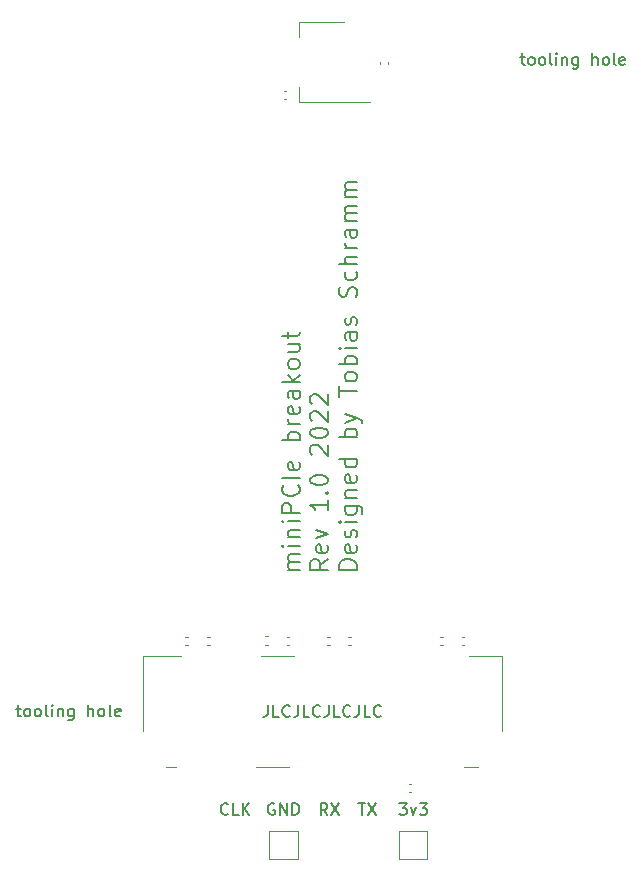
<source format=gto>
%TF.GenerationSoftware,KiCad,Pcbnew,(6.0.2)*%
%TF.CreationDate,2022-02-24T00:22:58+01:00*%
%TF.ProjectId,mini-pcie-breakout,6d696e69-2d70-4636-9965-2d627265616b,rev?*%
%TF.SameCoordinates,Original*%
%TF.FileFunction,Legend,Top*%
%TF.FilePolarity,Positive*%
%FSLAX46Y46*%
G04 Gerber Fmt 4.6, Leading zero omitted, Abs format (unit mm)*
G04 Created by KiCad (PCBNEW (6.0.2)) date 2022-02-24 00:22:58*
%MOMM*%
%LPD*%
G01*
G04 APERTURE LIST*
%ADD10C,0.150000*%
%ADD11C,0.200000*%
%ADD12C,0.120000*%
G04 APERTURE END LIST*
D10*
X55430952Y-86152380D02*
X55430952Y-86866666D01*
X55383333Y-87009523D01*
X55288095Y-87104761D01*
X55145238Y-87152380D01*
X55050000Y-87152380D01*
X56383333Y-87152380D02*
X55907142Y-87152380D01*
X55907142Y-86152380D01*
X57288095Y-87057142D02*
X57240476Y-87104761D01*
X57097619Y-87152380D01*
X57002380Y-87152380D01*
X56859523Y-87104761D01*
X56764285Y-87009523D01*
X56716666Y-86914285D01*
X56669047Y-86723809D01*
X56669047Y-86580952D01*
X56716666Y-86390476D01*
X56764285Y-86295238D01*
X56859523Y-86200000D01*
X57002380Y-86152380D01*
X57097619Y-86152380D01*
X57240476Y-86200000D01*
X57288095Y-86247619D01*
X58002380Y-86152380D02*
X58002380Y-86866666D01*
X57954761Y-87009523D01*
X57859523Y-87104761D01*
X57716666Y-87152380D01*
X57621428Y-87152380D01*
X58954761Y-87152380D02*
X58478571Y-87152380D01*
X58478571Y-86152380D01*
X59859523Y-87057142D02*
X59811904Y-87104761D01*
X59669047Y-87152380D01*
X59573809Y-87152380D01*
X59430952Y-87104761D01*
X59335714Y-87009523D01*
X59288095Y-86914285D01*
X59240476Y-86723809D01*
X59240476Y-86580952D01*
X59288095Y-86390476D01*
X59335714Y-86295238D01*
X59430952Y-86200000D01*
X59573809Y-86152380D01*
X59669047Y-86152380D01*
X59811904Y-86200000D01*
X59859523Y-86247619D01*
X60573809Y-86152380D02*
X60573809Y-86866666D01*
X60526190Y-87009523D01*
X60430952Y-87104761D01*
X60288095Y-87152380D01*
X60192857Y-87152380D01*
X61526190Y-87152380D02*
X61050000Y-87152380D01*
X61050000Y-86152380D01*
X62430952Y-87057142D02*
X62383333Y-87104761D01*
X62240476Y-87152380D01*
X62145238Y-87152380D01*
X62002380Y-87104761D01*
X61907142Y-87009523D01*
X61859523Y-86914285D01*
X61811904Y-86723809D01*
X61811904Y-86580952D01*
X61859523Y-86390476D01*
X61907142Y-86295238D01*
X62002380Y-86200000D01*
X62145238Y-86152380D01*
X62240476Y-86152380D01*
X62383333Y-86200000D01*
X62430952Y-86247619D01*
X63145238Y-86152380D02*
X63145238Y-86866666D01*
X63097619Y-87009523D01*
X63002380Y-87104761D01*
X62859523Y-87152380D01*
X62764285Y-87152380D01*
X64097619Y-87152380D02*
X63621428Y-87152380D01*
X63621428Y-86152380D01*
X65002380Y-87057142D02*
X64954761Y-87104761D01*
X64811904Y-87152380D01*
X64716666Y-87152380D01*
X64573809Y-87104761D01*
X64478571Y-87009523D01*
X64430952Y-86914285D01*
X64383333Y-86723809D01*
X64383333Y-86580952D01*
X64430952Y-86390476D01*
X64478571Y-86295238D01*
X64573809Y-86200000D01*
X64716666Y-86152380D01*
X64811904Y-86152380D01*
X64954761Y-86200000D01*
X65002380Y-86247619D01*
D11*
X58113571Y-74662857D02*
X57113571Y-74662857D01*
X57256428Y-74662857D02*
X57185000Y-74591428D01*
X57113571Y-74448571D01*
X57113571Y-74234285D01*
X57185000Y-74091428D01*
X57327857Y-74020000D01*
X58113571Y-74020000D01*
X57327857Y-74020000D02*
X57185000Y-73948571D01*
X57113571Y-73805714D01*
X57113571Y-73591428D01*
X57185000Y-73448571D01*
X57327857Y-73377142D01*
X58113571Y-73377142D01*
X58113571Y-72662857D02*
X57113571Y-72662857D01*
X56613571Y-72662857D02*
X56685000Y-72734285D01*
X56756428Y-72662857D01*
X56685000Y-72591428D01*
X56613571Y-72662857D01*
X56756428Y-72662857D01*
X57113571Y-71948571D02*
X58113571Y-71948571D01*
X57256428Y-71948571D02*
X57185000Y-71877142D01*
X57113571Y-71734285D01*
X57113571Y-71520000D01*
X57185000Y-71377142D01*
X57327857Y-71305714D01*
X58113571Y-71305714D01*
X58113571Y-70591428D02*
X57113571Y-70591428D01*
X56613571Y-70591428D02*
X56685000Y-70662857D01*
X56756428Y-70591428D01*
X56685000Y-70520000D01*
X56613571Y-70591428D01*
X56756428Y-70591428D01*
X58113571Y-69877142D02*
X56613571Y-69877142D01*
X56613571Y-69305714D01*
X56685000Y-69162857D01*
X56756428Y-69091428D01*
X56899285Y-69020000D01*
X57113571Y-69020000D01*
X57256428Y-69091428D01*
X57327857Y-69162857D01*
X57399285Y-69305714D01*
X57399285Y-69877142D01*
X57970714Y-67520000D02*
X58042142Y-67591428D01*
X58113571Y-67805714D01*
X58113571Y-67948571D01*
X58042142Y-68162857D01*
X57899285Y-68305714D01*
X57756428Y-68377142D01*
X57470714Y-68448571D01*
X57256428Y-68448571D01*
X56970714Y-68377142D01*
X56827857Y-68305714D01*
X56685000Y-68162857D01*
X56613571Y-67948571D01*
X56613571Y-67805714D01*
X56685000Y-67591428D01*
X56756428Y-67520000D01*
X58113571Y-66877142D02*
X56613571Y-66877142D01*
X58042142Y-65591428D02*
X58113571Y-65734285D01*
X58113571Y-66020000D01*
X58042142Y-66162857D01*
X57899285Y-66234285D01*
X57327857Y-66234285D01*
X57185000Y-66162857D01*
X57113571Y-66020000D01*
X57113571Y-65734285D01*
X57185000Y-65591428D01*
X57327857Y-65520000D01*
X57470714Y-65520000D01*
X57613571Y-66234285D01*
X58113571Y-63734285D02*
X56613571Y-63734285D01*
X57185000Y-63734285D02*
X57113571Y-63591428D01*
X57113571Y-63305714D01*
X57185000Y-63162857D01*
X57256428Y-63091428D01*
X57399285Y-63020000D01*
X57827857Y-63020000D01*
X57970714Y-63091428D01*
X58042142Y-63162857D01*
X58113571Y-63305714D01*
X58113571Y-63591428D01*
X58042142Y-63734285D01*
X58113571Y-62377142D02*
X57113571Y-62377142D01*
X57399285Y-62377142D02*
X57256428Y-62305714D01*
X57185000Y-62234285D01*
X57113571Y-62091428D01*
X57113571Y-61948571D01*
X58042142Y-60877142D02*
X58113571Y-61020000D01*
X58113571Y-61305714D01*
X58042142Y-61448571D01*
X57899285Y-61520000D01*
X57327857Y-61520000D01*
X57185000Y-61448571D01*
X57113571Y-61305714D01*
X57113571Y-61020000D01*
X57185000Y-60877142D01*
X57327857Y-60805714D01*
X57470714Y-60805714D01*
X57613571Y-61520000D01*
X58113571Y-59520000D02*
X57327857Y-59520000D01*
X57185000Y-59591428D01*
X57113571Y-59734285D01*
X57113571Y-60020000D01*
X57185000Y-60162857D01*
X58042142Y-59520000D02*
X58113571Y-59662857D01*
X58113571Y-60020000D01*
X58042142Y-60162857D01*
X57899285Y-60234285D01*
X57756428Y-60234285D01*
X57613571Y-60162857D01*
X57542142Y-60020000D01*
X57542142Y-59662857D01*
X57470714Y-59520000D01*
X58113571Y-58805714D02*
X56613571Y-58805714D01*
X57542142Y-58662857D02*
X58113571Y-58234285D01*
X57113571Y-58234285D02*
X57685000Y-58805714D01*
X58113571Y-57377142D02*
X58042142Y-57520000D01*
X57970714Y-57591428D01*
X57827857Y-57662857D01*
X57399285Y-57662857D01*
X57256428Y-57591428D01*
X57185000Y-57520000D01*
X57113571Y-57377142D01*
X57113571Y-57162857D01*
X57185000Y-57020000D01*
X57256428Y-56948571D01*
X57399285Y-56877142D01*
X57827857Y-56877142D01*
X57970714Y-56948571D01*
X58042142Y-57020000D01*
X58113571Y-57162857D01*
X58113571Y-57377142D01*
X57113571Y-55591428D02*
X58113571Y-55591428D01*
X57113571Y-56234285D02*
X57899285Y-56234285D01*
X58042142Y-56162857D01*
X58113571Y-56020000D01*
X58113571Y-55805714D01*
X58042142Y-55662857D01*
X57970714Y-55591428D01*
X57113571Y-55091428D02*
X57113571Y-54520000D01*
X56613571Y-54877142D02*
X57899285Y-54877142D01*
X58042142Y-54805714D01*
X58113571Y-54662857D01*
X58113571Y-54520000D01*
X60528571Y-73805714D02*
X59814285Y-74305714D01*
X60528571Y-74662857D02*
X59028571Y-74662857D01*
X59028571Y-74091428D01*
X59100000Y-73948571D01*
X59171428Y-73877142D01*
X59314285Y-73805714D01*
X59528571Y-73805714D01*
X59671428Y-73877142D01*
X59742857Y-73948571D01*
X59814285Y-74091428D01*
X59814285Y-74662857D01*
X60457142Y-72591428D02*
X60528571Y-72734285D01*
X60528571Y-73020000D01*
X60457142Y-73162857D01*
X60314285Y-73234285D01*
X59742857Y-73234285D01*
X59600000Y-73162857D01*
X59528571Y-73020000D01*
X59528571Y-72734285D01*
X59600000Y-72591428D01*
X59742857Y-72520000D01*
X59885714Y-72520000D01*
X60028571Y-73234285D01*
X59528571Y-72020000D02*
X60528571Y-71662857D01*
X59528571Y-71305714D01*
X60528571Y-68805714D02*
X60528571Y-69662857D01*
X60528571Y-69234285D02*
X59028571Y-69234285D01*
X59242857Y-69377142D01*
X59385714Y-69520000D01*
X59457142Y-69662857D01*
X60385714Y-68162857D02*
X60457142Y-68091428D01*
X60528571Y-68162857D01*
X60457142Y-68234285D01*
X60385714Y-68162857D01*
X60528571Y-68162857D01*
X59028571Y-67162857D02*
X59028571Y-67020000D01*
X59100000Y-66877142D01*
X59171428Y-66805714D01*
X59314285Y-66734285D01*
X59600000Y-66662857D01*
X59957142Y-66662857D01*
X60242857Y-66734285D01*
X60385714Y-66805714D01*
X60457142Y-66877142D01*
X60528571Y-67020000D01*
X60528571Y-67162857D01*
X60457142Y-67305714D01*
X60385714Y-67377142D01*
X60242857Y-67448571D01*
X59957142Y-67520000D01*
X59600000Y-67520000D01*
X59314285Y-67448571D01*
X59171428Y-67377142D01*
X59100000Y-67305714D01*
X59028571Y-67162857D01*
X59171428Y-64948571D02*
X59100000Y-64877142D01*
X59028571Y-64734285D01*
X59028571Y-64377142D01*
X59100000Y-64234285D01*
X59171428Y-64162857D01*
X59314285Y-64091428D01*
X59457142Y-64091428D01*
X59671428Y-64162857D01*
X60528571Y-65020000D01*
X60528571Y-64091428D01*
X59028571Y-63162857D02*
X59028571Y-63020000D01*
X59100000Y-62877142D01*
X59171428Y-62805714D01*
X59314285Y-62734285D01*
X59600000Y-62662857D01*
X59957142Y-62662857D01*
X60242857Y-62734285D01*
X60385714Y-62805714D01*
X60457142Y-62877142D01*
X60528571Y-63020000D01*
X60528571Y-63162857D01*
X60457142Y-63305714D01*
X60385714Y-63377142D01*
X60242857Y-63448571D01*
X59957142Y-63520000D01*
X59600000Y-63520000D01*
X59314285Y-63448571D01*
X59171428Y-63377142D01*
X59100000Y-63305714D01*
X59028571Y-63162857D01*
X59171428Y-62091428D02*
X59100000Y-62020000D01*
X59028571Y-61877142D01*
X59028571Y-61520000D01*
X59100000Y-61377142D01*
X59171428Y-61305714D01*
X59314285Y-61234285D01*
X59457142Y-61234285D01*
X59671428Y-61305714D01*
X60528571Y-62162857D01*
X60528571Y-61234285D01*
X59171428Y-60662857D02*
X59100000Y-60591428D01*
X59028571Y-60448571D01*
X59028571Y-60091428D01*
X59100000Y-59948571D01*
X59171428Y-59877142D01*
X59314285Y-59805714D01*
X59457142Y-59805714D01*
X59671428Y-59877142D01*
X60528571Y-60734285D01*
X60528571Y-59805714D01*
X62943571Y-74662857D02*
X61443571Y-74662857D01*
X61443571Y-74305714D01*
X61515000Y-74091428D01*
X61657857Y-73948571D01*
X61800714Y-73877142D01*
X62086428Y-73805714D01*
X62300714Y-73805714D01*
X62586428Y-73877142D01*
X62729285Y-73948571D01*
X62872142Y-74091428D01*
X62943571Y-74305714D01*
X62943571Y-74662857D01*
X62872142Y-72591428D02*
X62943571Y-72734285D01*
X62943571Y-73020000D01*
X62872142Y-73162857D01*
X62729285Y-73234285D01*
X62157857Y-73234285D01*
X62015000Y-73162857D01*
X61943571Y-73020000D01*
X61943571Y-72734285D01*
X62015000Y-72591428D01*
X62157857Y-72520000D01*
X62300714Y-72520000D01*
X62443571Y-73234285D01*
X62872142Y-71948571D02*
X62943571Y-71805714D01*
X62943571Y-71520000D01*
X62872142Y-71377142D01*
X62729285Y-71305714D01*
X62657857Y-71305714D01*
X62515000Y-71377142D01*
X62443571Y-71520000D01*
X62443571Y-71734285D01*
X62372142Y-71877142D01*
X62229285Y-71948571D01*
X62157857Y-71948571D01*
X62015000Y-71877142D01*
X61943571Y-71734285D01*
X61943571Y-71520000D01*
X62015000Y-71377142D01*
X62943571Y-70662857D02*
X61943571Y-70662857D01*
X61443571Y-70662857D02*
X61515000Y-70734285D01*
X61586428Y-70662857D01*
X61515000Y-70591428D01*
X61443571Y-70662857D01*
X61586428Y-70662857D01*
X61943571Y-69305714D02*
X63157857Y-69305714D01*
X63300714Y-69377142D01*
X63372142Y-69448571D01*
X63443571Y-69591428D01*
X63443571Y-69805714D01*
X63372142Y-69948571D01*
X62872142Y-69305714D02*
X62943571Y-69448571D01*
X62943571Y-69734285D01*
X62872142Y-69877142D01*
X62800714Y-69948571D01*
X62657857Y-70020000D01*
X62229285Y-70020000D01*
X62086428Y-69948571D01*
X62015000Y-69877142D01*
X61943571Y-69734285D01*
X61943571Y-69448571D01*
X62015000Y-69305714D01*
X61943571Y-68591428D02*
X62943571Y-68591428D01*
X62086428Y-68591428D02*
X62015000Y-68520000D01*
X61943571Y-68377142D01*
X61943571Y-68162857D01*
X62015000Y-68020000D01*
X62157857Y-67948571D01*
X62943571Y-67948571D01*
X62872142Y-66662857D02*
X62943571Y-66805714D01*
X62943571Y-67091428D01*
X62872142Y-67234285D01*
X62729285Y-67305714D01*
X62157857Y-67305714D01*
X62015000Y-67234285D01*
X61943571Y-67091428D01*
X61943571Y-66805714D01*
X62015000Y-66662857D01*
X62157857Y-66591428D01*
X62300714Y-66591428D01*
X62443571Y-67305714D01*
X62943571Y-65305714D02*
X61443571Y-65305714D01*
X62872142Y-65305714D02*
X62943571Y-65448571D01*
X62943571Y-65734285D01*
X62872142Y-65877142D01*
X62800714Y-65948571D01*
X62657857Y-66020000D01*
X62229285Y-66020000D01*
X62086428Y-65948571D01*
X62015000Y-65877142D01*
X61943571Y-65734285D01*
X61943571Y-65448571D01*
X62015000Y-65305714D01*
X62943571Y-63448571D02*
X61443571Y-63448571D01*
X62015000Y-63448571D02*
X61943571Y-63305714D01*
X61943571Y-63020000D01*
X62015000Y-62877142D01*
X62086428Y-62805714D01*
X62229285Y-62734285D01*
X62657857Y-62734285D01*
X62800714Y-62805714D01*
X62872142Y-62877142D01*
X62943571Y-63020000D01*
X62943571Y-63305714D01*
X62872142Y-63448571D01*
X61943571Y-62234285D02*
X62943571Y-61877142D01*
X61943571Y-61520000D02*
X62943571Y-61877142D01*
X63300714Y-62020000D01*
X63372142Y-62091428D01*
X63443571Y-62234285D01*
X61443571Y-60020000D02*
X61443571Y-59162857D01*
X62943571Y-59591428D02*
X61443571Y-59591428D01*
X62943571Y-58448571D02*
X62872142Y-58591428D01*
X62800714Y-58662857D01*
X62657857Y-58734285D01*
X62229285Y-58734285D01*
X62086428Y-58662857D01*
X62015000Y-58591428D01*
X61943571Y-58448571D01*
X61943571Y-58234285D01*
X62015000Y-58091428D01*
X62086428Y-58020000D01*
X62229285Y-57948571D01*
X62657857Y-57948571D01*
X62800714Y-58020000D01*
X62872142Y-58091428D01*
X62943571Y-58234285D01*
X62943571Y-58448571D01*
X62943571Y-57305714D02*
X61443571Y-57305714D01*
X62015000Y-57305714D02*
X61943571Y-57162857D01*
X61943571Y-56877142D01*
X62015000Y-56734285D01*
X62086428Y-56662857D01*
X62229285Y-56591428D01*
X62657857Y-56591428D01*
X62800714Y-56662857D01*
X62872142Y-56734285D01*
X62943571Y-56877142D01*
X62943571Y-57162857D01*
X62872142Y-57305714D01*
X62943571Y-55948571D02*
X61943571Y-55948571D01*
X61443571Y-55948571D02*
X61515000Y-56020000D01*
X61586428Y-55948571D01*
X61515000Y-55877142D01*
X61443571Y-55948571D01*
X61586428Y-55948571D01*
X62943571Y-54591428D02*
X62157857Y-54591428D01*
X62015000Y-54662857D01*
X61943571Y-54805714D01*
X61943571Y-55091428D01*
X62015000Y-55234285D01*
X62872142Y-54591428D02*
X62943571Y-54734285D01*
X62943571Y-55091428D01*
X62872142Y-55234285D01*
X62729285Y-55305714D01*
X62586428Y-55305714D01*
X62443571Y-55234285D01*
X62372142Y-55091428D01*
X62372142Y-54734285D01*
X62300714Y-54591428D01*
X62872142Y-53948571D02*
X62943571Y-53805714D01*
X62943571Y-53520000D01*
X62872142Y-53377142D01*
X62729285Y-53305714D01*
X62657857Y-53305714D01*
X62515000Y-53377142D01*
X62443571Y-53520000D01*
X62443571Y-53734285D01*
X62372142Y-53877142D01*
X62229285Y-53948571D01*
X62157857Y-53948571D01*
X62015000Y-53877142D01*
X61943571Y-53734285D01*
X61943571Y-53520000D01*
X62015000Y-53377142D01*
X62872142Y-51591428D02*
X62943571Y-51377142D01*
X62943571Y-51020000D01*
X62872142Y-50877142D01*
X62800714Y-50805714D01*
X62657857Y-50734285D01*
X62515000Y-50734285D01*
X62372142Y-50805714D01*
X62300714Y-50877142D01*
X62229285Y-51020000D01*
X62157857Y-51305714D01*
X62086428Y-51448571D01*
X62015000Y-51520000D01*
X61872142Y-51591428D01*
X61729285Y-51591428D01*
X61586428Y-51520000D01*
X61515000Y-51448571D01*
X61443571Y-51305714D01*
X61443571Y-50948571D01*
X61515000Y-50734285D01*
X62872142Y-49448571D02*
X62943571Y-49591428D01*
X62943571Y-49877142D01*
X62872142Y-50020000D01*
X62800714Y-50091428D01*
X62657857Y-50162857D01*
X62229285Y-50162857D01*
X62086428Y-50091428D01*
X62015000Y-50020000D01*
X61943571Y-49877142D01*
X61943571Y-49591428D01*
X62015000Y-49448571D01*
X62943571Y-48805714D02*
X61443571Y-48805714D01*
X62943571Y-48162857D02*
X62157857Y-48162857D01*
X62015000Y-48234285D01*
X61943571Y-48377142D01*
X61943571Y-48591428D01*
X62015000Y-48734285D01*
X62086428Y-48805714D01*
X62943571Y-47448571D02*
X61943571Y-47448571D01*
X62229285Y-47448571D02*
X62086428Y-47377142D01*
X62015000Y-47305714D01*
X61943571Y-47162857D01*
X61943571Y-47020000D01*
X62943571Y-45877142D02*
X62157857Y-45877142D01*
X62015000Y-45948571D01*
X61943571Y-46091428D01*
X61943571Y-46377142D01*
X62015000Y-46520000D01*
X62872142Y-45877142D02*
X62943571Y-46020000D01*
X62943571Y-46377142D01*
X62872142Y-46520000D01*
X62729285Y-46591428D01*
X62586428Y-46591428D01*
X62443571Y-46520000D01*
X62372142Y-46377142D01*
X62372142Y-46020000D01*
X62300714Y-45877142D01*
X62943571Y-45162857D02*
X61943571Y-45162857D01*
X62086428Y-45162857D02*
X62015000Y-45091428D01*
X61943571Y-44948571D01*
X61943571Y-44734285D01*
X62015000Y-44591428D01*
X62157857Y-44520000D01*
X62943571Y-44520000D01*
X62157857Y-44520000D02*
X62015000Y-44448571D01*
X61943571Y-44305714D01*
X61943571Y-44091428D01*
X62015000Y-43948571D01*
X62157857Y-43877142D01*
X62943571Y-43877142D01*
X62943571Y-43162857D02*
X61943571Y-43162857D01*
X62086428Y-43162857D02*
X62015000Y-43091428D01*
X61943571Y-42948571D01*
X61943571Y-42734285D01*
X62015000Y-42591428D01*
X62157857Y-42520000D01*
X62943571Y-42520000D01*
X62157857Y-42520000D02*
X62015000Y-42448571D01*
X61943571Y-42305714D01*
X61943571Y-42091428D01*
X62015000Y-41948571D01*
X62157857Y-41877142D01*
X62943571Y-41877142D01*
D10*
X66559523Y-94452380D02*
X67178571Y-94452380D01*
X66845238Y-94833333D01*
X66988095Y-94833333D01*
X67083333Y-94880952D01*
X67130952Y-94928571D01*
X67178571Y-95023809D01*
X67178571Y-95261904D01*
X67130952Y-95357142D01*
X67083333Y-95404761D01*
X66988095Y-95452380D01*
X66702380Y-95452380D01*
X66607142Y-95404761D01*
X66559523Y-95357142D01*
X67511904Y-94785714D02*
X67750000Y-95452380D01*
X67988095Y-94785714D01*
X68273809Y-94452380D02*
X68892857Y-94452380D01*
X68559523Y-94833333D01*
X68702380Y-94833333D01*
X68797619Y-94880952D01*
X68845238Y-94928571D01*
X68892857Y-95023809D01*
X68892857Y-95261904D01*
X68845238Y-95357142D01*
X68797619Y-95404761D01*
X68702380Y-95452380D01*
X68416666Y-95452380D01*
X68321428Y-95404761D01*
X68273809Y-95357142D01*
X55988095Y-94500000D02*
X55892857Y-94452380D01*
X55750000Y-94452380D01*
X55607142Y-94500000D01*
X55511904Y-94595238D01*
X55464285Y-94690476D01*
X55416666Y-94880952D01*
X55416666Y-95023809D01*
X55464285Y-95214285D01*
X55511904Y-95309523D01*
X55607142Y-95404761D01*
X55750000Y-95452380D01*
X55845238Y-95452380D01*
X55988095Y-95404761D01*
X56035714Y-95357142D01*
X56035714Y-95023809D01*
X55845238Y-95023809D01*
X56464285Y-95452380D02*
X56464285Y-94452380D01*
X57035714Y-95452380D01*
X57035714Y-94452380D01*
X57511904Y-95452380D02*
X57511904Y-94452380D01*
X57750000Y-94452380D01*
X57892857Y-94500000D01*
X57988095Y-94595238D01*
X58035714Y-94690476D01*
X58083333Y-94880952D01*
X58083333Y-95023809D01*
X58035714Y-95214285D01*
X57988095Y-95309523D01*
X57892857Y-95404761D01*
X57750000Y-95452380D01*
X57511904Y-95452380D01*
X63081010Y-94452380D02*
X63652438Y-94452380D01*
X63366724Y-95452380D02*
X63366724Y-94452380D01*
X63890534Y-94452380D02*
X64557200Y-95452380D01*
X64557200Y-94452380D02*
X63890534Y-95452380D01*
X60483333Y-95459465D02*
X60150000Y-94983275D01*
X59911904Y-95459465D02*
X59911904Y-94459465D01*
X60292857Y-94459465D01*
X60388095Y-94507085D01*
X60435714Y-94554704D01*
X60483333Y-94649942D01*
X60483333Y-94792799D01*
X60435714Y-94888037D01*
X60388095Y-94935656D01*
X60292857Y-94983275D01*
X59911904Y-94983275D01*
X60816666Y-94459465D02*
X61483333Y-95459465D01*
X61483333Y-94459465D02*
X60816666Y-95459465D01*
X52054761Y-95357142D02*
X52007142Y-95404761D01*
X51864285Y-95452380D01*
X51769047Y-95452380D01*
X51626190Y-95404761D01*
X51530952Y-95309523D01*
X51483333Y-95214285D01*
X51435714Y-95023809D01*
X51435714Y-94880952D01*
X51483333Y-94690476D01*
X51530952Y-94595238D01*
X51626190Y-94500000D01*
X51769047Y-94452380D01*
X51864285Y-94452380D01*
X52007142Y-94500000D01*
X52054761Y-94547619D01*
X52959523Y-95452380D02*
X52483333Y-95452380D01*
X52483333Y-94452380D01*
X53292857Y-95452380D02*
X53292857Y-94452380D01*
X53864285Y-95452380D02*
X53435714Y-94880952D01*
X53864285Y-94452380D02*
X53292857Y-95023809D01*
%TO.C,H10*%
X76823809Y-31285714D02*
X77204761Y-31285714D01*
X76966666Y-30952380D02*
X76966666Y-31809523D01*
X77014285Y-31904761D01*
X77109523Y-31952380D01*
X77204761Y-31952380D01*
X77680952Y-31952380D02*
X77585714Y-31904761D01*
X77538095Y-31857142D01*
X77490476Y-31761904D01*
X77490476Y-31476190D01*
X77538095Y-31380952D01*
X77585714Y-31333333D01*
X77680952Y-31285714D01*
X77823809Y-31285714D01*
X77919047Y-31333333D01*
X77966666Y-31380952D01*
X78014285Y-31476190D01*
X78014285Y-31761904D01*
X77966666Y-31857142D01*
X77919047Y-31904761D01*
X77823809Y-31952380D01*
X77680952Y-31952380D01*
X78585714Y-31952380D02*
X78490476Y-31904761D01*
X78442857Y-31857142D01*
X78395238Y-31761904D01*
X78395238Y-31476190D01*
X78442857Y-31380952D01*
X78490476Y-31333333D01*
X78585714Y-31285714D01*
X78728571Y-31285714D01*
X78823809Y-31333333D01*
X78871428Y-31380952D01*
X78919047Y-31476190D01*
X78919047Y-31761904D01*
X78871428Y-31857142D01*
X78823809Y-31904761D01*
X78728571Y-31952380D01*
X78585714Y-31952380D01*
X79490476Y-31952380D02*
X79395238Y-31904761D01*
X79347619Y-31809523D01*
X79347619Y-30952380D01*
X79871428Y-31952380D02*
X79871428Y-31285714D01*
X79871428Y-30952380D02*
X79823809Y-31000000D01*
X79871428Y-31047619D01*
X79919047Y-31000000D01*
X79871428Y-30952380D01*
X79871428Y-31047619D01*
X80347619Y-31285714D02*
X80347619Y-31952380D01*
X80347619Y-31380952D02*
X80395238Y-31333333D01*
X80490476Y-31285714D01*
X80633333Y-31285714D01*
X80728571Y-31333333D01*
X80776190Y-31428571D01*
X80776190Y-31952380D01*
X81680952Y-31285714D02*
X81680952Y-32095238D01*
X81633333Y-32190476D01*
X81585714Y-32238095D01*
X81490476Y-32285714D01*
X81347619Y-32285714D01*
X81252380Y-32238095D01*
X81680952Y-31904761D02*
X81585714Y-31952380D01*
X81395238Y-31952380D01*
X81300000Y-31904761D01*
X81252380Y-31857142D01*
X81204761Y-31761904D01*
X81204761Y-31476190D01*
X81252380Y-31380952D01*
X81300000Y-31333333D01*
X81395238Y-31285714D01*
X81585714Y-31285714D01*
X81680952Y-31333333D01*
X82919047Y-31952380D02*
X82919047Y-30952380D01*
X83347619Y-31952380D02*
X83347619Y-31428571D01*
X83300000Y-31333333D01*
X83204761Y-31285714D01*
X83061904Y-31285714D01*
X82966666Y-31333333D01*
X82919047Y-31380952D01*
X83966666Y-31952380D02*
X83871428Y-31904761D01*
X83823809Y-31857142D01*
X83776190Y-31761904D01*
X83776190Y-31476190D01*
X83823809Y-31380952D01*
X83871428Y-31333333D01*
X83966666Y-31285714D01*
X84109523Y-31285714D01*
X84204761Y-31333333D01*
X84252380Y-31380952D01*
X84300000Y-31476190D01*
X84300000Y-31761904D01*
X84252380Y-31857142D01*
X84204761Y-31904761D01*
X84109523Y-31952380D01*
X83966666Y-31952380D01*
X84871428Y-31952380D02*
X84776190Y-31904761D01*
X84728571Y-31809523D01*
X84728571Y-30952380D01*
X85633333Y-31904761D02*
X85538095Y-31952380D01*
X85347619Y-31952380D01*
X85252380Y-31904761D01*
X85204761Y-31809523D01*
X85204761Y-31428571D01*
X85252380Y-31333333D01*
X85347619Y-31285714D01*
X85538095Y-31285714D01*
X85633333Y-31333333D01*
X85680952Y-31428571D01*
X85680952Y-31523809D01*
X85204761Y-31619047D01*
%TO.C,H9*%
X34123809Y-86435714D02*
X34504761Y-86435714D01*
X34266666Y-86102380D02*
X34266666Y-86959523D01*
X34314285Y-87054761D01*
X34409523Y-87102380D01*
X34504761Y-87102380D01*
X34980952Y-87102380D02*
X34885714Y-87054761D01*
X34838095Y-87007142D01*
X34790476Y-86911904D01*
X34790476Y-86626190D01*
X34838095Y-86530952D01*
X34885714Y-86483333D01*
X34980952Y-86435714D01*
X35123809Y-86435714D01*
X35219047Y-86483333D01*
X35266666Y-86530952D01*
X35314285Y-86626190D01*
X35314285Y-86911904D01*
X35266666Y-87007142D01*
X35219047Y-87054761D01*
X35123809Y-87102380D01*
X34980952Y-87102380D01*
X35885714Y-87102380D02*
X35790476Y-87054761D01*
X35742857Y-87007142D01*
X35695238Y-86911904D01*
X35695238Y-86626190D01*
X35742857Y-86530952D01*
X35790476Y-86483333D01*
X35885714Y-86435714D01*
X36028571Y-86435714D01*
X36123809Y-86483333D01*
X36171428Y-86530952D01*
X36219047Y-86626190D01*
X36219047Y-86911904D01*
X36171428Y-87007142D01*
X36123809Y-87054761D01*
X36028571Y-87102380D01*
X35885714Y-87102380D01*
X36790476Y-87102380D02*
X36695238Y-87054761D01*
X36647619Y-86959523D01*
X36647619Y-86102380D01*
X37171428Y-87102380D02*
X37171428Y-86435714D01*
X37171428Y-86102380D02*
X37123809Y-86150000D01*
X37171428Y-86197619D01*
X37219047Y-86150000D01*
X37171428Y-86102380D01*
X37171428Y-86197619D01*
X37647619Y-86435714D02*
X37647619Y-87102380D01*
X37647619Y-86530952D02*
X37695238Y-86483333D01*
X37790476Y-86435714D01*
X37933333Y-86435714D01*
X38028571Y-86483333D01*
X38076190Y-86578571D01*
X38076190Y-87102380D01*
X38980952Y-86435714D02*
X38980952Y-87245238D01*
X38933333Y-87340476D01*
X38885714Y-87388095D01*
X38790476Y-87435714D01*
X38647619Y-87435714D01*
X38552380Y-87388095D01*
X38980952Y-87054761D02*
X38885714Y-87102380D01*
X38695238Y-87102380D01*
X38600000Y-87054761D01*
X38552380Y-87007142D01*
X38504761Y-86911904D01*
X38504761Y-86626190D01*
X38552380Y-86530952D01*
X38600000Y-86483333D01*
X38695238Y-86435714D01*
X38885714Y-86435714D01*
X38980952Y-86483333D01*
X40219047Y-87102380D02*
X40219047Y-86102380D01*
X40647619Y-87102380D02*
X40647619Y-86578571D01*
X40600000Y-86483333D01*
X40504761Y-86435714D01*
X40361904Y-86435714D01*
X40266666Y-86483333D01*
X40219047Y-86530952D01*
X41266666Y-87102380D02*
X41171428Y-87054761D01*
X41123809Y-87007142D01*
X41076190Y-86911904D01*
X41076190Y-86626190D01*
X41123809Y-86530952D01*
X41171428Y-86483333D01*
X41266666Y-86435714D01*
X41409523Y-86435714D01*
X41504761Y-86483333D01*
X41552380Y-86530952D01*
X41600000Y-86626190D01*
X41600000Y-86911904D01*
X41552380Y-87007142D01*
X41504761Y-87054761D01*
X41409523Y-87102380D01*
X41266666Y-87102380D01*
X42171428Y-87102380D02*
X42076190Y-87054761D01*
X42028571Y-86959523D01*
X42028571Y-86102380D01*
X42933333Y-87054761D02*
X42838095Y-87102380D01*
X42647619Y-87102380D01*
X42552380Y-87054761D01*
X42504761Y-86959523D01*
X42504761Y-86578571D01*
X42552380Y-86483333D01*
X42647619Y-86435714D01*
X42838095Y-86435714D01*
X42933333Y-86483333D01*
X42980952Y-86578571D01*
X42980952Y-86673809D01*
X42504761Y-86769047D01*
D12*
%TO.C,R1*%
X55156359Y-80330000D02*
X55463641Y-80330000D01*
X55156359Y-81090000D02*
X55463641Y-81090000D01*
%TO.C,C10*%
X57042164Y-81060000D02*
X57257836Y-81060000D01*
X57042164Y-80340000D02*
X57257836Y-80340000D01*
%TO.C,C9*%
X56762163Y-34860000D02*
X56977835Y-34860000D01*
X56762163Y-34140000D02*
X56977835Y-34140000D01*
%TO.C,C8*%
X65610000Y-31662164D02*
X65610000Y-31877836D01*
X64890000Y-31662164D02*
X64890000Y-31877836D01*
%TO.C,TP2*%
X57950000Y-99200000D02*
X55550000Y-99200000D01*
X55550000Y-99200000D02*
X55550000Y-96800000D01*
X55550000Y-96800000D02*
X57950000Y-96800000D01*
X57950000Y-96800000D02*
X57950000Y-99200000D01*
%TO.C,TP1*%
X68950000Y-99200000D02*
X66550000Y-99200000D01*
X66550000Y-99200000D02*
X66550000Y-96800000D01*
X66550000Y-96800000D02*
X68950000Y-96800000D01*
X68950000Y-96800000D02*
X68950000Y-99200000D01*
%TO.C,J1*%
X72050000Y-91400000D02*
X73250000Y-91400000D01*
X75250000Y-88300000D02*
X75250000Y-82000000D01*
X54850000Y-82000000D02*
X57650000Y-82000000D01*
X54450000Y-91400000D02*
X57250000Y-91400000D01*
X44850000Y-82000000D02*
X44850000Y-88300000D01*
X46850000Y-91400000D02*
X47650000Y-91400000D01*
X48050000Y-82000000D02*
X44850000Y-82000000D01*
X72450000Y-82000000D02*
X75250000Y-82000000D01*
%TO.C,U1*%
X64100000Y-35110000D02*
X58090000Y-35110000D01*
X61850000Y-28290000D02*
X58090000Y-28290000D01*
X58090000Y-28290000D02*
X58090000Y-29550000D01*
X58090000Y-35110000D02*
X58090000Y-33850000D01*
%TO.C,C7*%
X50507836Y-80340000D02*
X50292164Y-80340000D01*
X50507836Y-81060000D02*
X50292164Y-81060000D01*
%TO.C,C6*%
X62457836Y-80340000D02*
X62242164Y-80340000D01*
X62457836Y-81060000D02*
X62242164Y-81060000D01*
%TO.C,C5*%
X48442164Y-81060000D02*
X48657836Y-81060000D01*
X48442164Y-80340000D02*
X48657836Y-80340000D01*
%TO.C,C4*%
X67342164Y-93510000D02*
X67557836Y-93510000D01*
X67342164Y-92790000D02*
X67557836Y-92790000D01*
%TO.C,C3*%
X72057836Y-81060000D02*
X71842164Y-81060000D01*
X72057836Y-80340000D02*
X71842164Y-80340000D01*
%TO.C,C2*%
X70042164Y-81060000D02*
X70257836Y-81060000D01*
X70042164Y-80340000D02*
X70257836Y-80340000D01*
%TO.C,C1*%
X60442164Y-81060000D02*
X60657836Y-81060000D01*
X60442164Y-80340000D02*
X60657836Y-80340000D01*
%TD*%
M02*

</source>
